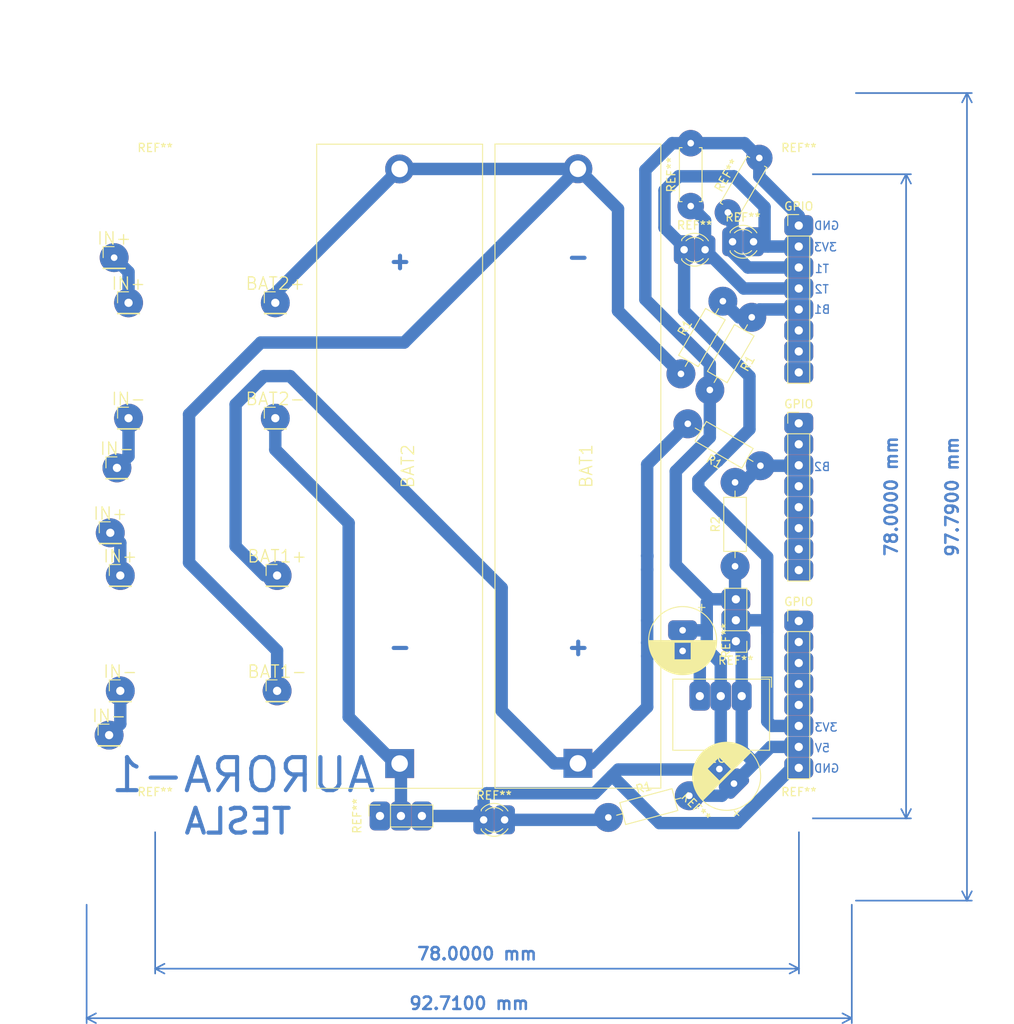
<source format=kicad_pcb>
(kicad_pcb (version 20220417) (generator pcbnew)
  (layers (0 "F.Cu" signal) (31 "B.Cu" signal) (34 "B.Paste" user) (35 "F.Paste" user) (36 "B.SilkS" user "B.Silkscreen") (37 "F.SilkS" user "F.Silkscreen") (38 "B.Mask" user) (39 "F.Mask" user) (44 "Edge.Cuts" user))
  (net 0 "")
  (footprint "MountingHole:MountingHole_2.2mm_M2" (layer "F.Cu") (at 175.84 133.55)
    (fp_text reference "REF**" (at 0 -3.2) (layer "F.SilkS"))
    (fp_text value "MountingHole_2.2mm_M2")
    (pad "" np_thru_hole circle locked (at 0 0) (size 3.2 3.2) (drill 3.2) (layers *.Cu *.Mask))
  )
  (footprint "MountingHole:MountingHole_2.2mm_M2" (layer "F.Cu") (at 175.84 55.55)
    (fp_text reference "REF**" (at 0 -3.2) (layer "F.SilkS"))
    (fp_text value "MountingHole_2.2mm_M2")
    (pad "" np_thru_hole circle locked (at 0 0) (size 3.2 3.2) (drill 3.2) (layers *.Cu *.Mask))
  )
  (footprint "MountingHole:MountingHole_2.2mm_M2" (layer "F.Cu") (at 97.84 133.55)
    (fp_text reference "REF**" (at 0 -3.2) (layer "F.SilkS"))
    (fp_text value "MountingHole_2.2mm_M2")
    (pad "" np_thru_hole circle locked (at 0 0) (size 3.2 3.2) (drill 3.2) (layers *.Cu *.Mask))
  )
  (footprint "MountingHole:MountingHole_2.2mm_M2" (layer "F.Cu") (at 97.84 55.55)
    (fp_text reference "REF**" (at 0 -3.2) (layer "F.SilkS"))
    (fp_text value "MountingHole_2.2mm_M2")
    (pad "" np_thru_hole circle locked (at 0 0) (size 3.2 3.2) (drill 3.2) (layers *.Cu *.Mask))
  )
  (footprint "Battery:BatteryHolder_MPD_BH-18650-PC2" (layer "F.Cu") (at 127.46 126.91 90)
    (fp_text reference "BAT2" (at 36 1 90) (layer "F.SilkS") (effects (font (size 1.5 1.5))))
    (fp_text value "BatteryHolder_MPD_BH-18650-PC2")
    (pad "" np_thru_hole circle locked (at 8.645 0 90) (size 3.2 3.2) (drill 3.2) (layers *.Cu *.Mask))
    (pad "" np_thru_hole circle locked (at 64.255 0 90) (size 3.2 3.2) (drill 3.2) (layers *.Cu *.Mask))
    (pad "" thru_hole circle locked (at 72 0 90) (size 3.5 3.5) (drill 2) (layers *.Cu *.Mask))
    (pad "-" thru_hole rect locked (at 0 0 90) (size 3.5 3.5) (drill 2) (layers *.Cu *.Mask))
  )
  (footprint "Connector_PinHeader_2.54mm:PinHeader_1x01_P2.54mm_Vertical" (layer "F.Cu") (at 94.615 85.09)
    (fp_text reference "IN-" (at 0 -2.33) (layer "F.SilkS") (effects (font (size 1.5 1.5))))
    (fp_text value "PinHeader_1x01_P2.54mm_Vertical")
    (pad "" thru_hole circle locked (at 0 0) (size 3.5 3.5) (drill 1) (layers *.Cu *.Mask))
  )
  (footprint "Connector_PinHeader_2.54mm:PinHeader_1x01_P2.54mm_Vertical" (layer "F.Cu") (at 94.615 71.12)
    (fp_text reference "IN+" (at 0 -2.33) (layer "F.SilkS") (effects (font (size 1.5 1.5))))
    (fp_text value "PinHeader_1x01_P2.54mm_Vertical")
    (pad "" thru_hole circle locked (at 0 0) (size 3.5 3.5) (drill 1) (layers *.Cu *.Mask))
  )
  (footprint "Connector_PinHeader_2.54mm:PinHeader_1x01_P2.54mm_Vertical" (layer "F.Cu") (at 112.395 85.09)
    (fp_text reference "BAT2-" (at 0 -2.33) (layer "F.SilkS") (effects (font (size 1.5 1.5))))
    (fp_text value "PinHeader_1x01_P2.54mm_Vertical")
    (pad "" thru_hole circle locked (at 0 0) (size 3.5 3.5) (drill 1) (layers *.Cu *.Mask))
  )
  (footprint "Connector_PinHeader_2.54mm:PinHeader_1x01_P2.54mm_Vertical" (layer "F.Cu") (at 112.395 71.12)
    (fp_text reference "BAT2+" (at 0 -2.33) (layer "F.SilkS") (effects (font (size 1.5 1.5))))
    (fp_text value "PinHeader_1x01_P2.54mm_Vertical")
    (pad "" thru_hole circle locked (at 0 0) (size 3.5 3.5) (drill 1) (layers *.Cu *.Mask))
  )
  (footprint "Connector_PinHeader_2.54mm:PinHeader_1x01_P2.54mm_Vertical" (layer "F.Cu") (at 93.615 118.11)
    (fp_text reference "IN-" (at 0 -2.33) (layer "F.SilkS") (effects (font (size 1.5 1.5))))
    (fp_text value "PinHeader_1x01_P2.54mm_Vertical")
    (pad "" thru_hole circle locked (at 0 0) (size 3.5 3.5) (drill 1) (layers *.Cu *.Mask))
  )
  (footprint "Connector_PinHeader_2.54mm:PinHeader_1x01_P2.54mm_Vertical" (layer "F.Cu") (at 112.615 118.11)
    (fp_text reference "BAT1-" (at 0 -2.33) (layer "F.SilkS") (effects (font (size 1.5 1.5))))
    (fp_text value "PinHeader_1x01_P2.54mm_Vertical")
    (pad "" thru_hole circle locked (at 0 0) (size 3.5 3.5) (drill 1) (layers *.Cu *.Mask))
  )
  (footprint "Connector_PinHeader_2.54mm:PinHeader_1x01_P2.54mm_Vertical" (layer "F.Cu") (at 112.615 104.14)
    (fp_text reference "BAT1+" (at 0 -2.33) (layer "F.SilkS") (effects (font (size 1.5 1.5))))
    (fp_text value "PinHeader_1x01_P2.54mm_Vertical")
    (pad "" thru_hole circle locked (at 0 0) (size 3.5 3.5) (drill 1) (layers *.Cu *.Mask))
  )
  (footprint "Connector_PinHeader_2.54mm:PinHeader_1x01_P2.54mm_Vertical" (layer "F.Cu") (at 93.615 104.14)
    (fp_text reference "IN+" (at 0 -2.33) (layer "F.SilkS") (effects (font (size 1.5 1.5))))
    (fp_text value "PinHeader_1x01_P2.54mm_Vertical")
    (pad "" thru_hole circle locked (at 0 0) (size 3.5 3.5) (drill 1) (layers *.Cu *.Mask))
  )
  (footprint "Battery:BatteryHolder_MPD_BH-18650-PC2" (layer "F.Cu") (at 149.06 126.89 90)
    (fp_text reference "BAT1" (at 36 1 90) (layer "F.SilkS") (effects (font (size 1.5 1.5))))
    (fp_text value "BatteryHolder_MPD_BH-18650-PC2")
    (pad "" thru_hole rect locked (at 0 0 90) (size 3.5 3.5) (drill 2) (layers *.Cu *.Mask))
    (pad "" np_thru_hole circle locked (at 8.645 0 90) (size 3.2 3.2) (drill 3.2) (layers *.Cu *.Mask))
    (pad "" np_thru_hole circle locked (at 64.255 0 90) (size 3.2 3.2) (drill 3.2) (layers *.Cu *.Mask))
    (pad "" thru_hole circle locked (at 72 0 90) (size 3.5 3.5) (drill 2) (layers *.Cu *.Mask))
  )
  (footprint "Converter_DCDC:Converter_DCDC_RECOM_R-78E-0.5_THT" (layer "F.Cu") (at 168.91 118.745 180)
    (fp_text reference "REG5V" (at 2.54 -7.56) (layer "F.SilkS"))
    (fp_text value "Converter_DCDC_RECOM_R-78E-0.5_THT")
    (pad "" thru_hole roundrect locked (at 0 0 180) (size 2.4 3.5) (drill 1) (layers *.Cu *.Mask))
    (pad "" thru_hole roundrect locked (at 2.54 0 180) (size 2.5 3.5) (drill 1) (layers *.Cu *.Mask))
    (pad "" thru_hole roundrect locked (at 5.08 0 180) (size 2.5 3.5) (drill 1) (layers *.Cu *.Mask))
  )
  (footprint "Capacitor_THT:CP_Radial_D8.0mm_P2.50mm" (layer "F.Cu") (at 167.967767 129.342767 135)
    (fp_text reference "REF**" (at 1.25 -5.25 135) (layer "F.SilkS"))
    (fp_text value "CP_Radial_D8.0mm_P2.50mm")
    (pad "" thru_hole roundrect locked (at 0 0 135) (size 2.4 3.5) (drill 0.8) (layers *.Cu *.Mask))
    (pad "" thru_hole roundrect locked (at 2.5 0 135) (size 2.4 3.5) (drill 0.8) (layers *.Cu *.Mask))
  )
  (footprint "Connector_PinSocket_2.54mm:PinSocket_1x03_P2.54mm_Vertical" (layer "F.Cu") (at 125.08 133.26 90)
    (fp_text reference "REF**" (at 0 -2.77 90) (layer "F.SilkS"))
    (fp_text value "PinSocket_1x03_P2.54mm_Vertical")
    (pad "1" thru_hole roundrect locked (at 0 0 90) (size 3.5 2.5) (drill 1) (layers *.Cu *.Mask))
    (pad "2" thru_hole roundrect locked (at 0 2.54 90) (size 3.5 2.5) (drill 1) (layers *.Cu *.Mask))
    (pad "3" thru_hole roundrect locked (at 0 5.08 90) (size 3.5 2.5) (drill 1) (layers *.Cu *.Mask))
  )
  (footprint "Connector_PinHeader_2.54mm:PinHeader_1x08_P2.54mm_Vertical" (layer "F.Cu") (at 175.82 85.71)
    (fp_text reference "GPIO" (at 0 -2.33) (layer "F.SilkS"))
    (fp_text value "PinHeader_1x08_P2.54mm_Vertical")
    (pad "" thru_hole roundrect locked (at 0 0) (size 3.5 2.5) (drill 1) (layers *.Cu *.Mask))
    (pad "" thru_hole roundrect locked (at 0 2.54) (size 3.5 2.5) (drill 1) (layers *.Cu *.Mask))
    (pad "" thru_hole roundrect locked (at 0 5.08) (size 3.5 2.5) (drill 1) (layers *.Cu *.Mask))
    (pad "" thru_hole roundrect locked (at 0 7.62) (size 3.5 2.5) (drill 1) (layers *.Cu *.Mask))
    (pad "" thru_hole roundrect locked (at 0 10.16) (size 3.5 2.5) (drill 1) (layers *.Cu *.Mask))
    (pad "" thru_hole roundrect locked (at 0 12.7) (size 3.5 2.5) (drill 1) (layers *.Cu *.Mask))
    (pad "" thru_hole roundrect locked (at 0 15.24) (size 3.5 2.5) (drill 1) (layers *.Cu *.Mask))
    (pad "" thru_hole roundrect locked (at 0 17.78) (size 3.5 2.5) (drill 1) (layers *.Cu *.Mask))
  )
  (footprint "Resistor_THT:R_Axial_DIN0207_L6.3mm_D2.5mm_P10.16mm_Horizontal" (layer "F.Cu") (at 171.175 90.85 150)
    (fp_text reference "R1" (at 5.08 -2.37 150) (layer "F.SilkS"))
    (fp_text value "R_Axial_DIN0207_L6.3mm_D2.5mm_P10.16mm_Horizontal")
    (pad "" thru_hole circle locked (at 0 0 150) (size 3.5 3.5) (drill 0.8) (layers *.Cu *.Mask))
    (pad "" thru_hole circle locked (at 10.16 0 150) (size 3.5 3.5) (drill 0.8) (layers *.Cu *.Mask))
  )
  (footprint "Resistor_THT:R_Axial_DIN0207_L6.3mm_D2.5mm_P10.16mm_Horizontal" (layer "F.Cu") (at 168.1 103.025 90)
    (fp_text reference "R2" (at 5.08 -2.37 90) (layer "F.SilkS"))
    (fp_text value "R_Axial_DIN0207_L6.3mm_D2.5mm_P10.16mm_Horizontal")
    (pad "" thru_hole circle locked (at 0 0 90) (size 3.5 3.5) (drill 0.8) (layers *.Cu *.Mask))
    (pad "" thru_hole circle locked (at 10.16 0 90) (size 3.5 3.5) (drill 0.8) (layers *.Cu *.Mask))
  )
  (footprint "Resistor_THT:R_Axial_DIN0207_L6.3mm_D2.5mm_P10.16mm_Horizontal" (layer "F.Cu") (at 152.746194 133.439601 15)
    (fp_text reference "R1" (at 5.08 -2.37 15) (layer "F.SilkS"))
    (fp_text value "R_Axial_DIN0207_L6.3mm_D2.5mm_P10.16mm_Horizontal")
    (pad "" thru_hole circle locked (at 0 0 15) (size 3.5 3.5) (drill 0.8) (layers *.Cu *.Mask))
    (pad "" thru_hole circle locked (at 10.16 0 15) (size 3.5 3.5) (drill 0.8) (layers *.Cu *.Mask))
  )
  (footprint "LED_THT:LED_D3.0mm" (layer "F.Cu") (at 137.64 133.73)
    (fp_text reference "REF**" (at 1.27 -2.96) (layer "F.SilkS"))
    (fp_text value "LED_D3.0mm")
    (pad "" thru_hole roundrect locked (at 0 0) (size 2.5 3.5) (drill 0.9) (layers *.Cu *.Mask))
    (pad "" thru_hole roundrect locked (at 2.54 0) (size 2.5 3.5) (drill 0.9) (layers *.Cu *.Mask))
  )
  (footprint "Connector_PinHeader_2.54mm:PinHeader_1x03_P2.54mm_Vertical" (layer "F.Cu") (at 168.2 112.1 180)
    (fp_text reference "REF**" (at 0 -2.33) (layer "F.SilkS"))
    (fp_text value "PinHeader_1x03_P2.54mm_Vertical")
    (pad "" thru_hole roundrect locked (at 0 0 180) (size 3.5 2.5) (drill 1) (layers *.Cu *.Mask))
    (pad "" thru_hole roundrect locked (at 0 2.54 180) (size 3.5 2.5) (drill 1) (layers *.Cu *.Mask))
    (pad "" thru_hole roundrect locked (at 0 5.079999 180) (size 3.5 2.5) (drill 1) (layers *.Cu *.Mask))
  )
  (footprint "Connector_PinHeader_2.54mm:PinHeader_1x01_P2.54mm_Vertical" (layer "F.Cu") (at 93.21 91.11)
    (fp_text reference "IN-" (at 0 -2.33) (layer "F.SilkS") (effects (font (size 1.5 1.5))))
    (fp_text value "PinHeader_1x01_P2.54mm_Vertical")
    (pad "" thru_hole circle locked (at 0 0) (size 3.5 3.5) (drill 1) (layers *.Cu *.Mask))
  )
  (footprint "Connector_PinHeader_2.54mm:PinHeader_1x01_P2.54mm_Vertical" (layer "F.Cu") (at 92.87 65.65)
    (fp_text reference "IN+" (at 0 -2.33) (layer "F.SilkS") (effects (font (size 1.5 1.5))))
    (fp_text value "PinHeader_1x01_P2.54mm_Vertical")
    (pad "" thru_hole circle locked (at 0 0) (size 3.5 3.5) (drill 0.8) (layers *.Cu *.Mask))
  )
  (footprint "Connector_PinHeader_2.54mm:PinHeader_1x01_P2.54mm_Vertical" (layer "F.Cu") (at 92.4 98.97)
    (fp_text reference "IN+" (at 0 -2.33) (layer "F.SilkS") (effects (font (size 1.5 1.5))))
    (fp_text value "PinHeader_1x01_P2.54mm_Vertical")
    (pad "" thru_hole circle locked (at 0 0) (size 3.5 3.5) (drill 1) (layers *.Cu *.Mask))
  )
  (footprint "Connector_PinHeader_2.54mm:PinHeader_1x01_P2.54mm_Vertical" (layer "F.Cu") (at 92.26 123.47)
    (fp_text reference "IN-" (at 0 -2.33) (layer "F.SilkS") (effects (font (size 1.5 1.5))))
    (fp_text value "PinHeader_1x01_P2.54mm_Vertical")
    (pad "" thru_hole circle locked (at 0 0) (size 3.5 3.5) (drill 1) (layers *.Cu *.Mask))
  )
  (footprint "Connector_PinHeader_2.54mm:PinHeader_1x08_P2.54mm_Vertical" (layer "F.Cu") (at 175.82 109.655)
    (fp_text reference "GPIO" (at 0 -2.33) (layer "F.SilkS"))
    (fp_text value "PinHeader_1x08_P2.54mm_Vertical")
    (pad "" thru_hole roundrect locked (at 0 0) (size 3.5 2.5) (drill 1) (layers *.Cu *.Mask))
    (pad "" thru_hole roundrect locked (at 0 2.54) (size 3.5 2.5) (drill 1) (layers *.Cu *.Mask))
    (pad "" thru_hole roundrect locked (at 0 5.08) (size 3.5 2.5) (drill 1) (layers *.Cu *.Mask))
    (pad "" thru_hole roundrect locked (at 0 7.62) (size 3.5 2.5) (drill 1) (layers *.Cu *.Mask))
    (pad "" thru_hole roundrect locked (at 0 10.16) (size 3.5 2.5) (drill 1) (layers *.Cu *.Mask))
    (pad "" thru_hole roundrect locked (at 0 12.7) (size 3.5 2.5) (drill 1) (layers *.Cu *.Mask))
    (pad "" thru_hole roundrect locked (at 0 15.24) (size 3.5 2.5) (drill 1) (layers *.Cu *.Mask))
    (pad "" thru_hole roundrect locked (at 0 17.78) (size 3.5 2.5) (drill 1) (layers *.Cu *.Mask))
  )
  (footprint "Connector_PinHeader_2.54mm:PinHeader_1x08_P2.54mm_Vertical" (layer "F.Cu") (at 175.82 61.765)
    (fp_text reference "GPIO" (at 0 -2.33) (layer "F.SilkS"))
    (fp_text value "PinHeader_1x08_P2.54mm_Vertical")
    (pad "" thru_hole roundrect locked (at 0 0) (size 3.5 2.5) (drill 1) (layers *.Cu *.Mask))
    (pad "" thru_hole roundrect locked (at 0 2.54) (size 3.5 2.5) (drill 1) (layers *.Cu *.Mask))
    (pad "" thru_hole roundrect locked (at 0 5.08) (size 3.5 2.5) (drill 1) (layers *.Cu *.Mask))
    (pad "" thru_hole roundrect locked (at 0 7.62) (size 3.5 2.5) (drill 1) (layers *.Cu *.Mask))
    (pad "" thru_hole roundrect locked (at 0 10.16) (size 3.5 2.5) (drill 1) (layers *.Cu *.Mask))
    (pad "" thru_hole roundrect locked (at 0 12.7) (size 3.5 2.5) (drill 1) (layers *.Cu *.Mask))
    (pad "" thru_hole roundrect locked (at 0 15.24) (size 3.5 2.5) (drill 1) (layers *.Cu *.Mask))
    (pad "" thru_hole roundrect locked (at 0 17.78) (size 3.5 2.5) (drill 1) (layers *.Cu *.Mask))
  )
  (footprint "Resistor_THT:R_Axial_DIN0207_L6.3mm_D2.5mm_P7.62mm_Horizontal" (layer "F.Cu") (at 162.73 59.41 90)
    (fp_text reference "REF**" (at 3.81 -2.37 90) (layer "F.SilkS"))
    (fp_text value "R_Axial_DIN0207_L6.3mm_D2.5mm_P7.62mm_Horizontal")
    (pad "" thru_hole circle locked (at 0 0 90) (size 3.2 3.2) (drill 0.8) (layers *.Cu *.Mask))
    (pad "2" thru_hole circle locked (at 7.62 0 90) (size 3.2 3.2) (drill 0.8) (layers *.Cu *.Mask))
  )
  (footprint "Resistor_THT:R_Axial_DIN0207_L6.3mm_D2.5mm_P7.62mm_Horizontal" (layer "F.Cu") (at 167.23 60.18 60)
    (fp_text reference "REF**" (at 3.81 -2.37 60) (layer "F.SilkS"))
    (fp_text value "R_Axial_DIN0207_L6.3mm_D2.5mm_P7.62mm_Horizontal")
    (pad "1" thru_hole circle locked (at 0 0 60) (size 3.2 3.2) (drill 0.8) (layers *.Cu *.Mask))
    (pad "2" thru_hole circle locked (at 7.62 0 60) (size 3.2 3.2) (drill 0.8) (layers *.Cu *.Mask))
  )
  (footprint "LED_THT:LED_D3.0mm" (layer "F.Cu") (at 161.93 64.69)
    (fp_text reference "REF**" (at 1.27 -2.96) (layer "F.SilkS"))
    (fp_text value "LED_D3.0mm")
    (pad "" thru_hole roundrect locked (at 0 0) (size 2.5 3.5) (drill 0.9) (layers *.Cu *.Mask))
    (pad "" thru_hole roundrect locked (at 2.54 0) (size 2.5 3.5) (drill 0.9) (layers *.Cu *.Mask))
  )
  (footprint "LED_THT:LED_D3.0mm" (layer "F.Cu") (at 167.8 63.725)
    (fp_text reference "REF**" (at 1.27 -2.96) (layer "F.SilkS"))
    (fp_text value "LED_D3.0mm")
    (pad "" thru_hole roundrect locked (at 0 0) (size 2.5 3.5) (drill 0.9) (layers *.Cu *.Mask))
    (pad "" thru_hole roundrect locked (at 2.54 0) (size 2.5 3.5) (drill 0.9) (layers *.Cu *.Mask))
  )
  (footprint "Capacitor_THT:CP_Radial_D8.0mm_P2.50mm" (layer "F.Cu") (at 161.75 110.775 -90)
    (fp_text reference "REF**" (at 1.25 -5.25 -270) (layer "F.SilkS"))
    (fp_text value "CP_Radial_D8.0mm_P2.50mm")
    (pad "" thru_hole roundrect locked (at 0 0 270) (size 2.4 3.5) (drill 0.8) (layers *.Cu *.Mask))
    (pad "" thru_hole roundrect locked (at 2.5 0 270) (size 2.4 3.5) (drill 0.8) (layers *.Cu *.Mask))
  )
  (footprint "Resistor_THT:R_Axial_DIN0207_L6.3mm_D2.5mm_P10.16mm_Horizontal" (layer "F.Cu") (at 161.545 79.723818 60)
    (fp_text reference "R1" (at 5.08 -2.37 60) (layer "F.SilkS"))
    (fp_text value "R_Axial_DIN0207_L6.3mm_D2.5mm_P10.16mm_Horizontal")
    (pad "" thru_hole circle locked (at 0 0 60) (size 3.5 3.5) (drill 0.8) (layers *.Cu *.Mask))
    (pad "" thru_hole circle locked (at 10.16 0 60) (size 3.5 3.5) (drill 0.8) (layers *.Cu *.Mask))
  )
  (footprint "Resistor_THT:R_Axial_DIN0207_L6.3mm_D2.5mm_P10.16mm_Horizontal" (layer "F.Cu") (at 170.125 72.875 -120)
    (fp_text reference "R1" (at 5.08 -2.37 60) (layer "F.SilkS"))
    (fp_text value "R_Axial_DIN0207_L6.3mm_D2.5mm_P10.16mm_Horizontal")
    (pad "" thru_hole circle locked (at 0 0 240) (size 3.5 3.5) (drill 0.8) (layers *.Cu *.Mask))
    (pad "" thru_hole circle locked (at 10.16 0 240) (size 3.5 3.5) (drill 0.8) (layers *.Cu *.Mask))
  )
  (gr_text "-" (at 149.098 65.532) (layer "B.Cu") (effects (font (size 2 2) (thickness 0.5))))
  (gr_text "+" (at 127.508 66.04) (layer "B.Cu") (effects (font (size 2 2) (thickness 0.5))))
  (gr_text "+" (at 149.098 112.776) (layer "B.Cu") (effects (font (size 2 2) (thickness 0.5))))
  (gr_text "AURORA-1" (at 108.53 128.31) (layer "B.Cu") (effects (font (size 4 4) (thickness 0.5)) (justify mirror)))
  (gr_text "B2" (at 178.65 90.975) (layer "B.Cu") (effects (font (size 1 1)) (justify mirror)))
  (gr_text "B1" (at 178.65 71.925) (layer "B.Cu") (effects (font (size 1 1)) (justify mirror)))
  (gr_text "GND" (at 179.2 61.775) (layer "B.Cu") (effects (font (size 1 1)) (justify mirror)))
  (gr_text "T1" (at 178.625 67) (layer "B.Cu") (effects (font (size 1 1)) (justify mirror)))
  (gr_text "TESLA" (at 107.87 133.91) (layer "B.Cu") (effects (font (size 3 3) (thickness 0.5)) (justify mirror)))
  (gr_text "-" (at 127.508 112.776) (layer "B.Cu") (effects (font (size 2 2) (thickness 0.5))))
  (gr_text "T2" (at 178.6 69.475) (layer "B.Cu") (effects (font (size 1 1)) (justify mirror)))
  (gr_text "GND" (at 179.2 127.5) (layer "B.Cu") (effects (font (size 1 1)) (justify mirror)))
  (gr_text "3V3" (at 179.125 122.525) (layer "B.Cu") (effects (font (size 1 1)) (justify mirror)))
  (gr_text "3V3" (at 179.05 64.375) (layer "B.Cu") (effects (font (size 1 1)) (justify mirror)))
  (gr_text "5V" (at 178.675 125.025) (layer "B.Cu") (effects (font (size 1 1)) (justify mirror)))
  (dimension (type aligned) (layer "B.Cu") (pts (xy 97.84 133.55) (xy 175.84 133.55)) (height 18.2) (gr_text "78,0000  mm" (at 136.84 149.95) (layer "B.Cu") (effects (font (size 1.5 1.5) (thickness 0.3)))) (format (units 3) (units_format 1) (precision 4)) (style (thickness 0.2) (arrow_length 1.27) (text_position_mode 0) (extension_height 0.58642) (extension_offset 0.5) keep_text_aligned))
  (dimension (type aligned) (layer "B.Cu") (pts (xy 182.245 143.51) (xy 182.245 45.72)) (height 13.955) (gr_text "97,7900  mm" (at 194.4 94.615 90) (layer "B.Cu") (effects (font (size 1.5 1.5) (thickness 0.3)))) (format (units 3) (units_format 1) (precision 4)) (style (thickness 0.2) (arrow_length 1.27) (text_position_mode 0) (extension_height 0.58642) (extension_offset 0.5) keep_text_aligned))
  (dimension (type aligned) (layer "B.Cu") (pts (xy 175.84 55.55) (xy 175.84 133.55)) (height -12.985) (gr_text "78,0000  mm" (at 187.025 94.55 90) (layer "B.Cu") (effects (font (size 1.5 1.5) (thickness 0.3)))) (format (units 3) (units_format 1) (precision 4)) (style (thickness 0.2) (arrow_length 1.27) (text_position_mode 0) (extension_height 0.58642) (extension_offset 0.5) keep_text_aligned))
  (dimension (type aligned) (layer "B.Cu") (pts (xy 89.535 143.51) (xy 182.245 143.51)) (height 14.24) (gr_text "92,7100  mm" (at 135.89 155.95) (layer "B.Cu") (effects (font (size 1.5 1.5) (thickness 0.3)))) (format (units 3) (units_format 1) (precision 4)) (style (thickness 0.2) (arrow_length 1.27) (text_position_mode 0) (extension_height 0.58642) (extension_offset 0.5) keep_text_aligned))
  (segment (start 166 90.28) (end 169.85 86.43) (width 1.5) (layer "B.Cu") (net 0))
  (segment (start 146.194 126.89) (end 139.827 120.523) (width 1.5) (layer "B.Cu") (net 0))
  (segment (start 175.82 71.925) (end 171.075 71.925) (width 1.5) (layer "B.Cu") (net 0))
  (segment (start 171.075 71.925) (end 170.125 72.875) (width 1.5) (layer "B.Cu") (net 0))
  (segment (start 165.045 81.673818) (end 165.045 78.52) (width 1.5) (layer "B.Cu") (net 0))
  (segment (start 149.04 54.91) (end 149.06 54.89) (width 1.5) (layer "B.Cu") (net 0))
  (segment (start 139.827 120.523) (end 139.827 105.637) (width 1.5) (layer "B.Cu") (net 0))
  (segment (start 168.91 118.745) (end 168.91 125.285) (width 1.5) (layer "B.Cu") (net 0))
  (segment (start 112.395 69.975) (end 112.395 71.12) (width 1.5) (layer "B.Cu") (net 0))
  (segment (start 171.175 90.85) (end 175.76 90.85) (width 1.5) (layer "B.Cu") (net 0))
  (segment (start 168.91 112.515) (end 169.15 112.275) (width 1.5) (layer "B.Cu") (net 0))
  (segment (start 163.83 115.355) (end 161.75 113.275) (width 1.5) (layer "B.Cu") (net 0))
  (segment (start 158.95 134.125) (end 153.2047 128.3797) (width 1.5) (layer "B.Cu") (net 0))
  (segment (start 163.65 92.57) (end 165.94 90.28) (width 1.5) (layer "B.Cu") (net 0))
  (segment (start 153.92 59.75) (end 153.92 72.098818) (width 1.5) (layer "B.Cu") (net 0))
  (segment (start 113.9825 90.4875) (end 121.285 97.79) (width 1.5) (layer "B.Cu") (net 0))
  (segment (start 168.91 112.81) (end 168.2 112.1) (width 1.5) (layer "B.Cu") (net 0))
  (segment (start 168.1 92.865) (end 169.16 92.865) (width 1.5) (layer "B.Cu") (net 0))
  (segment (start 157.4546 90.691582) (end 157.4546 101.7546) (width 1.5) (layer "B.Cu") (net 0))
  (segment (start 161.75 110.775) (end 164.2 110.775) (width 1.5) (layer "B.Cu") (net 0))
  (segment (start 175.82 66.845) (end 169.665 66.845) (width 1.5) (layer "B.Cu") (net 0))
  (segment (start 175.76 90.85) (end 175.82 90.79) (width 1.5) (layer "B.Cu") (net 0))
  (segment (start 127.62 127.07) (end 127.46 126.91) (width 1.5) (layer "B.Cu") (net 0))
  (segment (start 164.675 107.425) (end 164.675 113.05) (width 1.5) (layer "B.Cu") (net 0))
  (segment (start 175.82 127.435) (end 174.99 127.435) (width 1.5) (layer "B.Cu") (net 0))
  (segment (start 107.59 83.42) (end 107.59 100.605) (width 1.5) (layer "B.Cu") (net 0))
  (segment (start 164.675 113.05) (end 164.675 111.55) (width 1.5) (layer "B.Cu") (net 0))
  (segment (start 161.93 64.39) (end 159.55 62.01) (width 1.5) (layer "B.Cu") (net 0))
  (segment (start 112.615 113.25) (end 112.615 118.11) (width 1.5) (layer "B.Cu") (net 0))
  (segment (start 149.06 126.89) (end 146.194 126.89) (width 1.5) (layer "B.Cu") (net 0))
  (segment (start 127.46 54.91) (end 112.395 69.975) (width 1.5) (layer "B.Cu") (net 0))
  (segment (start 157.4546 103.4288) (end 157.4546 109.601) (width 1.5) (layer "B.Cu") (net 0))
  (segment (start 112.395 85.09) (end 112.395 88.9) (width 1.5) (layer "B.Cu") (net 0))
  (segment (start 150.6304 126.89) (end 157.4546 120.0658) (width 1.5) (layer "B.Cu") (net 0))
  (segment (start 127.62 133.26) (end 127.62 127.07) (width 1.5) (layer "B.Cu") (net 0))
  (segment (start 164.47 61.15) (end 162.73 59.41) (width 1.5) (layer "B.Cu") (net 0))
  (segment (start 149.06 126.89) (end 150.6304 126.89) (width 1.5) (layer "B.Cu") (net 0))
  (segment (start 167.8 60.75) (end 167.23 60.18) (width 1.5) (layer "B.Cu") (net 0))
  (segment (start 112.615 89.12) (end 113.9825 90.4875) (width 1.5) (layer "B.Cu") (net 0))
  (segment (start 169.249114 51.79) (end 171.04 53.580886) (width 1.5) (layer "B.Cu") (net 0))
  (segment (start 168.575 72.875) (end 166.625 70.925) (width 1.5) (layer "B.Cu") (net 0))
  (segment (start 165.045 87.395) (end 160.92 91.52) (width 1.5) (layer "B.Cu") (net 0))
  (segment (start 157.4546 109.601) (end 157.4546 107.2388) (width 1) (layer "B.Cu") (net 0))
  (segment (start 170.467767 126.842767) (end 167.967767 129.342767) (width 1.5) (layer "B.Cu") (net 0))
  (segment (start 168.91 125.285) (end 170.467767 126.842767) (width 1.5) (layer "B.Cu") (net 0))
  (segment (start 167.8 63.725) (end 167.8 60.75) (width 1.5) (layer "B.Cu") (net 0))
  (segment (start 168.2 107.020001) (end 165.079999 107.020001) (width 1.5) (layer "B.Cu") (net 0))
  (segment (start 170.125 72.875) (end 168.575 72.875) (width 1.5) (layer "B.Cu") (net 0))
  (segment (start 153.9494 127.635) (end 166.14 127.635) (width 1.5) (layer "B.Cu") (net 0))
  (segment (start 152.455795 133.73) (end 152.746194 133.439601) (width 1.5) (layer "B.Cu") (net 0))
  (segment (start 159.55 57.52) (end 161.27 55.8) (width 1.5) (layer "B.Cu") (net 0))
  (segment (start 166.27 114.645) (end 164.675 113.05) (width 1.5) (layer "B.Cu") (net 0))
  (segment (start 111.015 79.995) (end 107.59 83.42) (width 1.5) (layer "B.Cu") (net 0))
  (segment (start 140.18 133.73) (end 152.455795 133.73) (width 1.5) (layer "B.Cu") (net 0))
  (segment (start 168.1 106.920001) (end 168.2 107.020001) (width 1.5) (layer "B.Cu") (net 0))
  (segment (start 101.95 84.62) (end 101.95 102.585) (width 1.5) (layer "B.Cu") (net 0))
  (segment (start 158.45 113.275) (end 157.4546 112.2796) (width 1.5) (layer "B.Cu") (net 0))
  (segment (start 93.615 104.14) (end 93.615 100.185) (width 1.5) (layer "B.Cu") (net 0))
  (segment (start 166.37 114.645) (end 166.27 114.645) (width 1.5) (layer "B.Cu") (net 0))
  (segment (start 172.555 122.355) (end 172 121.8) (width 1.5) (layer "B.Cu") (net 0))
  (segment (start 160.92 102.860002) (end 165.079999 107.020001) (width 1.5) (layer "B.Cu") (net 0))
  (segment (start 153.2047 128.3797) (end 153.9494 127.635) (width 1.5) (layer "B.Cu") (net 0))
  (segment (start 157.23 55.05) (end 160.49 51.79) (width 1.5) (layer "B.Cu") (net 0))
  (segment (start 149.06 54.89) (end 128.02 75.93) (width 1.5) (layer "B.Cu") (net 0))
  (segment (start 94.615 71.12) (end 94.615 67.395) (width 1.5) (layer "B.Cu") (net 0))
  (segment (start 157.4546 112.2796) (end 157.4546 109.601) (width 1.5) (layer "B.Cu") (net 0))
  (segment (start 162.73 51.79) (end 169.249114 51.79) (width 1.5) (layer "B.Cu") (net 0))
  (segment (start 171.68 63.89) (end 172.095 64.305) (width 1.5) (layer "B.Cu") (net 0))
  (segment (start 175.82 61.765) (end 175.82 60.61) (width 1.5) (layer "B.Cu") (net 0))
  (segment (start 175.82 64.305) (end 172.095 64.305) (width 1.5) (layer "B.Cu") (net 0))
  (segment (start 163.83 118.745) (end 163.83 115.355) (width 1.5) (layer "B.Cu") (net 0))
  (segment (start 93.615 118.11) (end 93.615 122.115) (width 1.5) (layer "B.Cu") (net 0))
  (segment (start 169.145 69.385) (end 175.82 69.385) (width 1.5) (layer "B.Cu") (net 0))
  (segment (start 172 109.6) (end 171.96 109.56) (width 1.5) (layer "B.Cu") (net 0))
  (segment (start 137.64 133.73) (end 137.64 130.87) (width 1.5) (layer "B.Cu") (net 0))
  (segment (start 165.94 90.28) (end 166 90.28) (width 1.5) (layer "B.Cu") (net 0))
  (segment (start 167.96 55.8) (end 161.27 55.8) (width 1.5) (layer "B.Cu") (net 0))
  (segment (start 94.615 89.705) (end 93.21 91.11) (width 1.5) (layer "B.Cu") (net 0))
  (segment (start 168.91 118.745) (end 168.91 112.81) (width 1.5) (layer "B.Cu") (net 0))
  (segment (start 174.99 127.435) (end 168.3 134.125) (width 1.5) (layer "B.Cu") (net 0))
  (segment (start 175.82 124.895) (end 172.415534 124.895) (width 1.5) (layer "B.Cu") (net 0))
  (segment (start 165.045 78.52) (end 157.23 70.705) (width 1.5) (layer "B.Cu") (net 0))
  (segment (start 172.415534 124.895) (end 170.467767 126.842767) (width 1.5) (layer "B.Cu") (net 0))
  (segment (start 167.8 63.725) (end 167.8 64.98) (width 1.5) (layer "B.Cu") (net 0))
  (segment (start 157.4546 101.1936) (end 157.4546 103.4288) (width 1) (layer "B.Cu") (net 0))
  (segment (start 94.615 85.09) (end 94.615 89.705) (width 1.5) (layer "B.Cu") (net 0))
  (segment (start 172 101.9) (end 163.65 93.55) (width 1.5) (layer "B.Cu") (net 0))
  (segment (start 112.615 104.14) (end 111.125 104.14) (width 1) (layer "B.Cu") (net 0))
  (segment (start 127.46 126.91) (end 126.91 126.91) (width 1.5) (layer "B.Cu") (net 0))
  (segment (start 172 111.025) (end 172 109.6) (width 1.5) (layer "B.Cu") (net 0))
  (segment (start 169.85 86.43) (end 169.85 80.025) (width 1.5) (layer "B.Cu") (net 0))
  (segment (start 107.59 100.605) (end 111.125 104.14) (width 1.5) (layer "B.Cu") (net 0))
  (segment (start 166.500534 130.81) (end 167.967767 129.342767) (width 1.5) (layer "B.Cu") (net 0))
  (segment (start 172 111.025) (end 172 101.9) (width 1.5) (layer "B.Cu") (net 0))
  (segment (start 138 130.51) (end 151.0744 130.51) (width 1.5) (layer "B.Cu") (net 0))
  (segment (start 171.04 55.83) (end 171.04 53.580886) (width 1.5) (layer "B.Cu") (net 0))
  (segment (start 171.68 59.52) (end 167.96 55.8) (width 1.5) (layer "B.Cu") (net 0))
  (segment (start 139.827 105.637) (end 114.185 79.995) (width 1.5) (layer "B.Cu") (net 0))
  (segment (start 166.37 118.745) (end 166.37 127.405) (width 1.5) (layer "B.Cu") (net 0))
  (segment (start 161.93 72.105) (end 161.93 64.69) (width 1.5) (layer "B.Cu") (net 0))
  (segment (start 164.47 64.71) (end 169.145 69.385) (width 1.5) (layer "B.Cu") (net 0))
  (segment (start 164.47 64.69) (end 164.47 61.15) (width 1.5) (layer "B.Cu") (net 0))
  (segment (start 93.615 122.115) (end 92.26 123.47) (width 1.5) (layer "B.Cu") (net 0))
  (segment (start 161.75 113.275) (end 158.45 113.275) (width 1.5) (layer "B.Cu") (net 0))
  (segment (start 121.285 97.79) (end 121.285 121.285) (width 1.5) (layer "B.Cu") (net 0))
  (segment (start 151.0744 130.51) (end 153.2047 128.3797) (width 1.5) (layer "B.Cu") (net 0))
  (segment (start 127.46 54.91) (end 149.04 54.91) (width 1.5) (layer "B.Cu") (net 0))
  (segment (start 160.92 91.52) (end 160.92 102.860002) (width 1.5) (layer "B.Cu") (net 0))
  (segment (start 169.16 92.865) (end 171.175 90.85) (width 1.5) (layer "B.Cu") (net 0))
  (segment (start 166.37 114.645) (end 166.37 118.745) (width 1.5) (layer "B.Cu") (net 0))
  (segment (start 126.91 126.91) (end 121.285 121.285) (width 1.5) (layer "B.Cu") (net 0))
  (segment (start 172 121.8) (end 172 111.025) (width 1.5) (layer "B.Cu") (net 0))
  (segment (start 157.4546 120.0658) (end 157.4546 113.8954) (width 1.5) (layer "B.Cu") (net 0))
  (segment (start 169.85 80.025) (end 161.93 72.105) (width 1.5) (layer "B.Cu") (net 0))
  (segment (start 112.395 88.9) (end 113.9825 90.4875) (width 1.5) (layer "B.Cu") (net 0))
  (segment (start 128.02 75.93) (end 110.64 75.93) (width 1.5) (layer "B.Cu") (net 0))
  (segment (start 94.615 67.395) (end 92.87 65.65) (width 1.5) (layer "B.Cu") (net 0))
  (segment (start 157.49 101.79) (end 157.4546 101.7546) (width 1.5) (layer "B.Cu") (net 0))
  (segment (start 164.47 64.69) (end 164.47 64.71) (width 1.5) (layer "B.Cu") (net 0))
  (segment (start 157.23 70.705) (end 157.23 55.05) (width 1.5) (layer "B.Cu") (net 0))
  (segment (start 166.37 127.405) (end 166.2 127.575) (width 1.5) (layer "B.Cu") (net 0))
  (segment (start 137.64 130.87) (end 138 130.51) (width 1.5) (layer "B.Cu") (net 0))
  (segment (start 175.82 60.61) (end 171.04 55.83) (width 1.5) (layer "B.Cu") (net 0))
  (segment (start 168.3 134.125) (end 158.95 134.125) (width 1.5) (layer "B.Cu") (net 0))
  (segment (start 160.49 51.79) (end 162.73 51.79) (width 1.5) (layer "B.Cu") (net 0))
  (segment (start 165.045 81.673818) (end 165.045 87.395) (width 1.5) (layer "B.Cu") (net 0))
  (segment (start 101.95 102.585) (end 112.615 113.25) (width 1.5) (layer "B.Cu") (net 0))
  (segment (start 114.185 79.995) (end 111.015 79.995) (width 1.5) (layer "B.Cu") (net 0))
  (segment (start 170.92 64.305) (end 170.34 63.725) (width 1.5) (layer "B.Cu") (net 0))
  (segment (start 167.8 64.98) (end 169.665 66.845) (width 1.5) (layer "B.Cu") (net 0))
  (segment (start 153.92 72.098818) (end 161.545 79.723818) (width 1.5) (layer "B.Cu") (net 0))
  (segment (start 137.52 133.26) (end 137.65 133.13) (width 1.5) (layer "B.Cu") (net 0))
  (segment (start 171.96 109.56) (end 168.2 109.56) (width 1.5) (layer "B.Cu") (net 0))
  (segment (start 175.82 122.355) (end 172.555 122.355) (width 1.5) (layer "B.Cu") (net 0))
  (segment (start 110.64 75.93) (end 101.95 84.62) (width 1.5) (layer "B.Cu") (net 0))
  (segment (start 172.095 64.305) (end 170.92 64.305) (width 1.5) (layer "B.Cu") (net 0))
  (segment (start 163.65 93.55) (end 163.65 92.57) (width 1.5) (layer "B.Cu") (net 0))
  (segment (start 157.4546 101.7546) (end 157.4546 103.4288) (width 1.5) (layer "B.Cu") (net 0))
  (segment (start 93.615 100.185) (end 92.4 98.97) (width 1.5) (layer "B.Cu") (net 0))
  (segment (start 162.376182 85.77) (end 157.4546 90.691582) (width 1.5) (layer "B.Cu") (net 0))
  (segment (start 166.14 127.635) (end 166.2 127.575) (width 1.5) (layer "B.Cu") (net 0))
  (segment (start 130.16 133.26) (end 137.52 133.26) (width 1.5) (layer "B.Cu") (net 0))
  (segment (start 149.06 54.89) (end 153.92 59.75) (width 1.5) (layer "B.Cu") (net 0))
  (segment (start 162.56 130.81) (end 166.500534 130.81) (width 1.5) (layer "B.Cu") (net 0))
  (segment (start 171.68 59.52) (end 171.68 63.89) (width 1.5) (layer "B.Cu") (net 0))
  (segment (start 157.4546 113.8954) (end 157.4546 112.2796) (width 1.5) (layer "B.Cu") (net 0))
  (segment (start 165.079999 107.020001) (end 164.675 107.425) (width 1.5) (layer "B.Cu") (net 0))
  (segment (start 159.55 62.01) (end 159.55 57.52) (width 1.5) (layer "B.Cu") (net 0))
  (segment (start 168.1 103.025) (end 168.1 106.920001) (width 1.5) (layer "B.Cu") (net 0))
  (segment (start 161.93 64.69) (end 161.93 64.39) (width 1.5) (layer "B.Cu") (net 0))
)
</source>
